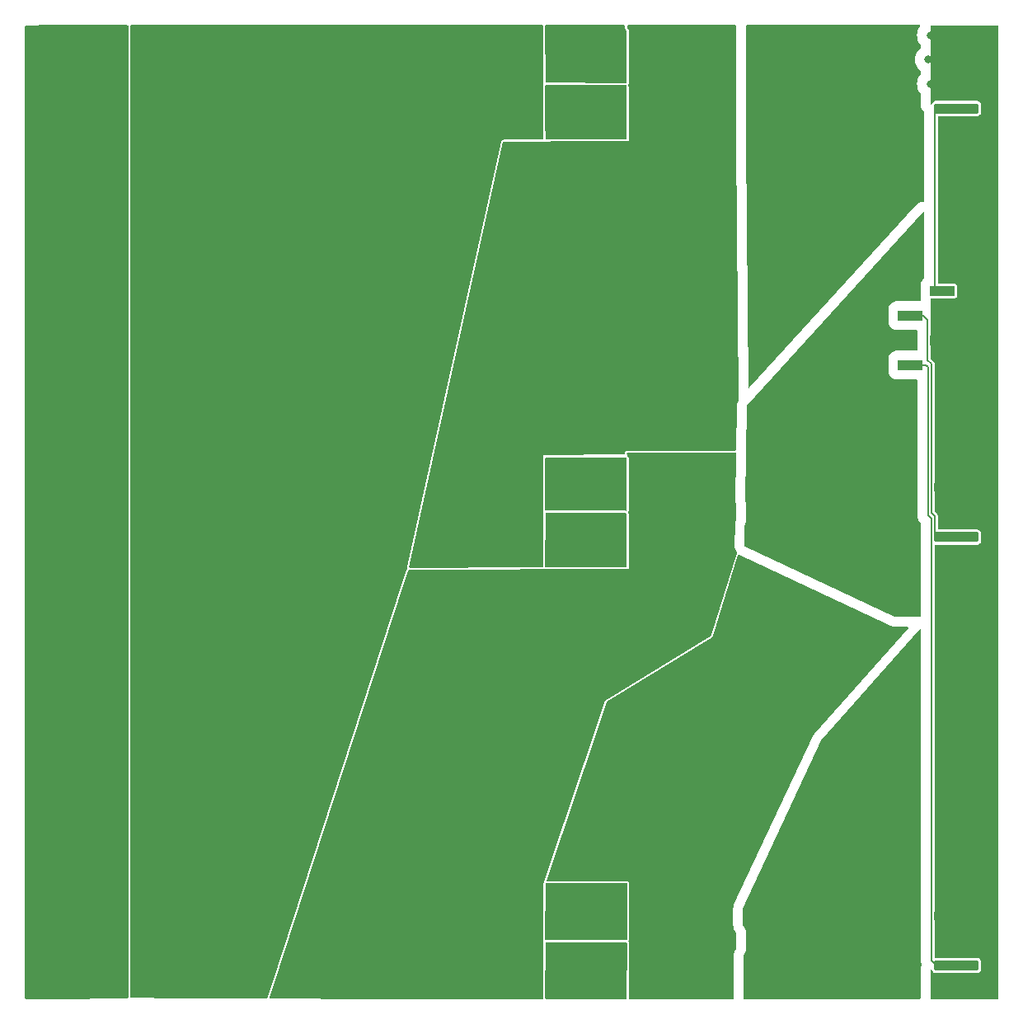
<source format=gtl>
G04 #@! TF.GenerationSoftware,KiCad,Pcbnew,7.0.1*
G04 #@! TF.CreationDate,2023-12-15T21:30:21-08:00*
G04 #@! TF.ProjectId,High current LED switch with ballast,48696768-2063-4757-9272-656e74204c45,rev?*
G04 #@! TF.SameCoordinates,Original*
G04 #@! TF.FileFunction,Copper,L1,Top*
G04 #@! TF.FilePolarity,Positive*
%FSLAX46Y46*%
G04 Gerber Fmt 4.6, Leading zero omitted, Abs format (unit mm)*
G04 Created by KiCad (PCBNEW 7.0.1) date 2023-12-15 21:30:21*
%MOMM*%
%LPD*%
G01*
G04 APERTURE LIST*
G04 Aperture macros list*
%AMRoundRect*
0 Rectangle with rounded corners*
0 $1 Rounding radius*
0 $2 $3 $4 $5 $6 $7 $8 $9 X,Y pos of 4 corners*
0 Add a 4 corners polygon primitive as box body*
4,1,4,$2,$3,$4,$5,$6,$7,$8,$9,$2,$3,0*
0 Add four circle primitives for the rounded corners*
1,1,$1+$1,$2,$3*
1,1,$1+$1,$4,$5*
1,1,$1+$1,$6,$7*
1,1,$1+$1,$8,$9*
0 Add four rect primitives between the rounded corners*
20,1,$1+$1,$2,$3,$4,$5,0*
20,1,$1+$1,$4,$5,$6,$7,0*
20,1,$1+$1,$6,$7,$8,$9,0*
20,1,$1+$1,$8,$9,$2,$3,0*%
G04 Aperture macros list end*
G04 #@! TA.AperFunction,SMDPad,CuDef*
%ADD10R,3.630000X5.330000*%
G04 #@! TD*
G04 #@! TA.AperFunction,SMDPad,CuDef*
%ADD11R,7.112000X1.905000*%
G04 #@! TD*
G04 #@! TA.AperFunction,SMDPad,CuDef*
%ADD12R,3.000000X1.650000*%
G04 #@! TD*
G04 #@! TA.AperFunction,SMDPad,CuDef*
%ADD13R,1.650000X3.000000*%
G04 #@! TD*
G04 #@! TA.AperFunction,SMDPad,CuDef*
%ADD14RoundRect,0.250000X-0.312500X-0.625000X0.312500X-0.625000X0.312500X0.625000X-0.312500X0.625000X0*%
G04 #@! TD*
G04 #@! TA.AperFunction,SMDPad,CuDef*
%ADD15R,2.184400X3.200400*%
G04 #@! TD*
G04 #@! TA.AperFunction,SMDPad,CuDef*
%ADD16RoundRect,0.250000X2.050000X0.300000X-2.050000X0.300000X-2.050000X-0.300000X2.050000X-0.300000X0*%
G04 #@! TD*
G04 #@! TA.AperFunction,SMDPad,CuDef*
%ADD17RoundRect,0.250000X2.025000X2.375000X-2.025000X2.375000X-2.025000X-2.375000X2.025000X-2.375000X0*%
G04 #@! TD*
G04 #@! TA.AperFunction,SMDPad,CuDef*
%ADD18RoundRect,0.250002X4.449998X5.149998X-4.449998X5.149998X-4.449998X-5.149998X4.449998X-5.149998X0*%
G04 #@! TD*
G04 #@! TA.AperFunction,SMDPad,CuDef*
%ADD19R,2.510000X1.000000*%
G04 #@! TD*
G04 #@! TA.AperFunction,ViaPad*
%ADD20C,0.800000*%
G04 #@! TD*
G04 #@! TA.AperFunction,Conductor*
%ADD21C,0.500000*%
G04 #@! TD*
G04 #@! TA.AperFunction,Conductor*
%ADD22C,2.000000*%
G04 #@! TD*
G04 #@! TA.AperFunction,Conductor*
%ADD23C,0.150000*%
G04 #@! TD*
G04 APERTURE END LIST*
D10*
X10000000Y41000000D03*
X14240000Y41000000D03*
D11*
X-30315100Y25100000D03*
X-45224900Y25100000D03*
D10*
X10000000Y-2900000D03*
X14240000Y-2900000D03*
X10000000Y2900000D03*
X14240000Y2900000D03*
X1000000Y-41000000D03*
X5240000Y-41000000D03*
D12*
X18450000Y-2285000D03*
X21550000Y0D03*
X18450000Y2285000D03*
X25450000Y-2285000D03*
X28550000Y0D03*
X25450000Y2285000D03*
D13*
X-35930000Y47940000D03*
X-33645000Y44840000D03*
X-31360000Y47940000D03*
D11*
X-30315100Y-14700000D03*
X-45224900Y-14700000D03*
D12*
X25450000Y41715000D03*
X28550000Y44000000D03*
X25450000Y46285000D03*
D14*
X-40767500Y44590000D03*
X-37842500Y44590000D03*
D10*
X1000000Y41000000D03*
X5240000Y41000000D03*
D15*
X40455800Y-34970000D03*
X46704200Y-34970000D03*
D16*
X45650000Y41460000D03*
D17*
X38925000Y41225000D03*
X38925000Y46775000D03*
D18*
X36500000Y44000000D03*
D17*
X34075000Y41225000D03*
X34075000Y46775000D03*
D16*
X45650000Y46540000D03*
D11*
X-30315100Y5200000D03*
X-45224900Y5200000D03*
D10*
X1000000Y2900000D03*
X5240000Y2900000D03*
D12*
X25450000Y-46285000D03*
X28550000Y-44000000D03*
X25450000Y-41715000D03*
D13*
X-35930000Y41290000D03*
X-33645000Y38190000D03*
X-31360000Y41290000D03*
D12*
X18450000Y-46285000D03*
X21550000Y-44000000D03*
X18450000Y-41715000D03*
D11*
X-30315100Y-34600000D03*
X-45224900Y-34600000D03*
D13*
X-47230000Y41342800D03*
X-44945000Y38242800D03*
X-42660000Y41342800D03*
D15*
X40465800Y34980000D03*
X46714200Y34980000D03*
D10*
X10000000Y46800000D03*
X14240000Y46800000D03*
X10000000Y-41000000D03*
X14240000Y-41000000D03*
D19*
X44220000Y22740000D03*
X40910000Y20200000D03*
X44220000Y17660000D03*
X40910000Y15120000D03*
D10*
X1000000Y46800000D03*
X5240000Y46800000D03*
X1000000Y-46800000D03*
X5240000Y-46800000D03*
X1000000Y-2900000D03*
X5240000Y-2900000D03*
D13*
X-47230000Y47992800D03*
X-44945000Y44892800D03*
X-42660000Y47992800D03*
D10*
X10000000Y-46900000D03*
X14240000Y-46900000D03*
D12*
X18450000Y41715000D03*
X21550000Y44000000D03*
X18450000Y46285000D03*
D15*
X40455800Y-9020000D03*
X46704200Y-9020000D03*
D16*
X45650000Y-46540000D03*
D17*
X38925000Y-46775000D03*
X38925000Y-41225000D03*
D18*
X36500000Y-44000000D03*
D17*
X34075000Y-46775000D03*
X34075000Y-41225000D03*
D16*
X45650000Y-41460000D03*
X45650000Y-2540000D03*
D17*
X38925000Y-2775000D03*
X38925000Y2775000D03*
D18*
X36500000Y0D03*
D17*
X34075000Y-2775000D03*
X34075000Y2775000D03*
D16*
X45650000Y2540000D03*
D20*
X-48610000Y-8420000D03*
X-41610000Y-49060000D03*
X-45110000Y19520000D03*
X47000000Y-14500000D03*
X-48610000Y34760000D03*
X-45110000Y6820000D03*
X45000000Y-34820000D03*
X-45110000Y1740000D03*
X47000000Y-42440000D03*
X-41610000Y-38900000D03*
X-40800000Y47170000D03*
X-41610000Y19520000D03*
X49000000Y-11960000D03*
X45000000Y-49000000D03*
X-48610000Y-46520000D03*
X-45110000Y27140000D03*
X45000000Y-6880000D03*
X-45110000Y-31280000D03*
X47010000Y-1320000D03*
X-48980000Y49450000D03*
X-48610000Y44920000D03*
X-45110000Y32220000D03*
X-41610000Y-800000D03*
X-41140000Y42410000D03*
X49000000Y46460000D03*
X-45110000Y-8420000D03*
X45000000Y-17040000D03*
X-41610000Y34760000D03*
X-46430000Y44930000D03*
X47000000Y8360000D03*
X45010000Y-1330000D03*
X-45110000Y-16040000D03*
X47000000Y28680000D03*
X-48610000Y-21120000D03*
X47000000Y-22120000D03*
X47000000Y-49000000D03*
X44090000Y42780000D03*
X47000000Y15980000D03*
X-45110000Y-36360000D03*
X44100000Y45320000D03*
X-41610000Y1740000D03*
X-41610000Y9360000D03*
X45000000Y19000000D03*
X49000000Y-44980000D03*
X47000000Y-11960000D03*
X47000000Y5820000D03*
X-48610000Y-41440000D03*
X-48610000Y-43980000D03*
X-45110000Y14440000D03*
X-41610000Y-23660000D03*
X-48610000Y-800000D03*
X-48610000Y39840000D03*
X45000000Y-44960000D03*
X-45110000Y-41440000D03*
X-48610000Y32220000D03*
X49000000Y21060000D03*
X-48610000Y6820000D03*
X47000000Y31220000D03*
X-48610000Y-31280000D03*
X49000000Y26140000D03*
X49000000Y-29740000D03*
X-41610000Y11900000D03*
X-48610000Y-36360000D03*
X49000000Y31220000D03*
X-48610000Y-18580000D03*
X49000000Y23600000D03*
X46060000Y47750000D03*
X49000000Y-19580000D03*
X48110000Y45360000D03*
X49000000Y-34820000D03*
X-45230000Y3630000D03*
X47000000Y49000000D03*
X45000000Y5820000D03*
X-45110000Y-18580000D03*
X45000000Y-39900000D03*
X-40340000Y49400000D03*
X-48610000Y47460000D03*
X47000000Y26140000D03*
X45000000Y21060000D03*
X45000000Y31220000D03*
X45000000Y-19580000D03*
X-41610000Y-31280000D03*
X45000000Y-37360000D03*
X47000000Y4000000D03*
X-48610000Y1740000D03*
X49000000Y36300000D03*
X-41610000Y-46520000D03*
X-41610000Y-21120000D03*
X-48610000Y9360000D03*
X49000000Y15980000D03*
X49000000Y33760000D03*
X47000000Y-27200000D03*
X-45110000Y-26200000D03*
X45000000Y-9420000D03*
X-48610000Y29680000D03*
X42790000Y46490000D03*
X-48610000Y-28740000D03*
X45000000Y28680000D03*
X45000000Y740000D03*
X-48610000Y-10960000D03*
X-48610000Y-26200000D03*
X-45110000Y-28740000D03*
X45000000Y4000000D03*
X45000000Y8360000D03*
X-41610000Y27140000D03*
X45000000Y33760000D03*
X-45110000Y42380000D03*
X-41610000Y29680000D03*
X-45060000Y-33220000D03*
X47000000Y-37360000D03*
X49000000Y28680000D03*
X-48610000Y16980000D03*
X-48610000Y37300000D03*
X47000000Y-39900000D03*
X-48610000Y19520000D03*
X-41550000Y-33190000D03*
X-41610000Y-36360000D03*
X-45110000Y-43980000D03*
X-45110000Y34760000D03*
X49000000Y-37360000D03*
X-45110000Y-5880000D03*
X-48620000Y-13320000D03*
X-41610000Y-16040000D03*
X45000000Y-11960000D03*
X-45110000Y-49060000D03*
X-48610000Y3630000D03*
X-41610000Y37300000D03*
X47000000Y740000D03*
X47000000Y21060000D03*
X47000000Y-24660000D03*
X49000000Y-39900000D03*
X-45110000Y-3340000D03*
X49000000Y-22120000D03*
X46130000Y45350000D03*
X-45110000Y-10960000D03*
X-41610000Y-43980000D03*
X48130000Y42780000D03*
X49000000Y-32280000D03*
X-41610000Y-10960000D03*
X44060000Y47730000D03*
X47000000Y-29740000D03*
X45000000Y-29740000D03*
X-45170000Y-13300000D03*
X47000000Y-32280000D03*
X45000000Y49000000D03*
X-45110000Y9360000D03*
X47000000Y-19580000D03*
X45000000Y36300000D03*
X47000000Y38840000D03*
X-48610000Y22060000D03*
X-41610000Y-3340000D03*
X-48610000Y-38900000D03*
X45000000Y-42440000D03*
X-48610000Y14440000D03*
X47000000Y-17040000D03*
X-48610000Y-3340000D03*
X-48610000Y42380000D03*
X-45110000Y-23660000D03*
X-41610000Y14440000D03*
X-48610000Y27140000D03*
X-45110000Y16980000D03*
X45000000Y13440000D03*
X-41080000Y39730000D03*
X45000000Y-14500000D03*
X49000000Y-17040000D03*
X43000000Y49000000D03*
X47000000Y13440000D03*
X43000000Y44000000D03*
X-48610000Y-5880000D03*
X-41610000Y22060000D03*
X47000000Y23600000D03*
X49000000Y38840000D03*
X49000000Y43920000D03*
X49000000Y13440000D03*
X-45110000Y-38900000D03*
X49000000Y-27200000D03*
X-45110000Y-21120000D03*
X49000000Y-42440000D03*
X-45110000Y-800000D03*
X46130000Y42820000D03*
X49000000Y41380000D03*
X-44940000Y40390000D03*
X-45110000Y29680000D03*
X49000000Y-49000000D03*
X45000000Y15980000D03*
X-41610000Y16980000D03*
X47000000Y10900000D03*
X-41610000Y-5880000D03*
X-45110000Y-46520000D03*
X-48620000Y-33200000D03*
X-41040000Y4260000D03*
X49000000Y-24660000D03*
X45000000Y-32280000D03*
X-44190000Y47270000D03*
X-48610000Y-23660000D03*
X-41610000Y-41440000D03*
X-48610000Y-16040000D03*
X49000000Y5820000D03*
X49000000Y740000D03*
X-48610000Y11900000D03*
X-48610000Y-49060000D03*
X47000000Y43920000D03*
X-45110000Y11900000D03*
X-42230000Y44780000D03*
X49000000Y18520000D03*
X45000000Y38840000D03*
X-41610000Y32220000D03*
X-41610000Y-18580000D03*
X49000000Y-4340000D03*
X47000000Y18520000D03*
X49000000Y-14500000D03*
X49000000Y-9420000D03*
X45000000Y10900000D03*
X47000000Y-4340000D03*
X49000000Y-1800000D03*
X49000000Y10900000D03*
X47000000Y-6880000D03*
X48090000Y47760000D03*
X-41610000Y-28740000D03*
X-41610000Y-8420000D03*
X-41610000Y-26200000D03*
X45000000Y26140000D03*
X-45110000Y22060000D03*
X-41600000Y-13300000D03*
X45000000Y-24660000D03*
X45000000Y-27200000D03*
X-45640000Y49400000D03*
X47000000Y-44980000D03*
X-41610000Y6820000D03*
X49000000Y8360000D03*
X45000000Y43920000D03*
X49000000Y3280000D03*
X49000000Y49000000D03*
X49000000Y-6880000D03*
X45000000Y-4340000D03*
X45000000Y-22120000D03*
D21*
X45590000Y46480000D02*
X45650000Y46540000D01*
D22*
X-40767500Y44590000D02*
X-44642200Y44590000D01*
D21*
X45600000Y46490000D02*
X45650000Y46540000D01*
X42790000Y46490000D02*
X45600000Y46490000D01*
D23*
X44220000Y22740000D02*
X43500000Y22740000D01*
X43440000Y22800000D02*
X43440000Y41460000D01*
X43440000Y41460000D02*
X45650000Y41460000D01*
X43500000Y22740000D02*
X43440000Y22800000D01*
X45650000Y-46540000D02*
X43620000Y-46540000D01*
X42725000Y14925000D02*
X42530000Y15120000D01*
X43075000Y-45995000D02*
X43075000Y-665000D01*
X43620000Y-46540000D02*
X43075000Y-45995000D01*
X42725000Y-315000D02*
X42725000Y14925000D01*
X42530000Y15120000D02*
X40910000Y15120000D01*
X43075000Y-665000D02*
X42725000Y-315000D01*
X43600000Y-2540000D02*
X43425000Y-2365000D01*
X42690000Y15645000D02*
X42690000Y19770000D01*
X42690000Y19770000D02*
X42260000Y20200000D01*
X42260000Y20200000D02*
X40910000Y20200000D01*
X45650000Y-2540000D02*
X43600000Y-2540000D01*
X43425000Y-2365000D02*
X43425000Y-390000D01*
X43075000Y-40000D02*
X43075000Y15260000D01*
X43075000Y15260000D02*
X42690000Y15645000D01*
X43425000Y-390000D02*
X43075000Y-40000D01*
G04 #@! TA.AperFunction,Conductor*
G36*
X23343952Y-4369576D02*
G01*
X23372597Y-4391428D01*
X23498771Y-4461661D01*
X23498774Y-4461662D01*
X23498777Y-4461664D01*
X38370049Y-11391311D01*
X38870919Y-11624704D01*
X38969383Y-11664403D01*
X39071483Y-11693498D01*
X39101738Y-11700416D01*
X39127889Y-11704958D01*
X39206341Y-11718585D01*
X39312281Y-11725622D01*
X40638781Y-11743547D01*
X40678597Y-11755814D01*
X40705475Y-11787647D01*
X40710895Y-11828956D01*
X40693140Y-11866646D01*
X31034960Y-22754674D01*
X30946386Y-22870450D01*
X30934663Y-22888321D01*
X30863813Y-23015572D01*
X22815416Y-40310637D01*
X22774077Y-40414101D01*
X22744440Y-40521492D01*
X22737536Y-40553284D01*
X22719955Y-40663347D01*
X22714664Y-40774635D01*
X22727664Y-42414499D01*
X22734600Y-42524686D01*
X22753572Y-42633441D01*
X22753574Y-42633448D01*
X22760852Y-42664865D01*
X22804452Y-42805382D01*
X22868092Y-42938032D01*
X22950408Y-43059975D01*
X22950412Y-43059980D01*
X22963277Y-43076319D01*
X22963606Y-43076958D01*
X22968288Y-43082699D01*
X22969029Y-43083624D01*
X22970361Y-43085316D01*
X22970371Y-43085327D01*
X22970418Y-43085387D01*
X22972053Y-43087317D01*
X23028350Y-43156359D01*
X23044999Y-43203123D01*
X23044999Y-44796875D01*
X23028350Y-44843638D01*
X22995561Y-44883850D01*
X22897812Y-45027479D01*
X22826251Y-45185779D01*
X22809604Y-45233129D01*
X22766357Y-45401395D01*
X22752721Y-45574591D01*
X22786975Y-49894913D01*
X22777258Y-49932161D01*
X22750146Y-49959488D01*
X22712977Y-49969500D01*
X12080128Y-49969500D01*
X12043056Y-49959544D01*
X12015959Y-49932356D01*
X12006128Y-49895254D01*
X12007006Y-49634473D01*
X12008426Y-49620307D01*
X12015500Y-49584748D01*
X12015500Y-47112076D01*
X12025255Y-44214852D01*
X12023394Y-44200364D01*
X12018413Y-44161569D01*
X12016266Y-44153460D01*
X12008595Y-44124486D01*
X11988177Y-44074799D01*
X11988176Y-44074798D01*
X11984469Y-44065776D01*
X11984565Y-44065736D01*
X11973827Y-44039581D01*
X11979014Y-44001526D01*
X11979102Y-44001316D01*
X11979104Y-44001314D01*
X11999822Y-43952030D01*
X12009913Y-43915213D01*
X12017218Y-43862255D01*
X12055007Y-38165854D01*
X12048301Y-38112404D01*
X12038552Y-38075197D01*
X12018185Y-38025324D01*
X12018185Y-38025323D01*
X11985557Y-37982459D01*
X11958449Y-37955170D01*
X11915798Y-37922254D01*
X11866063Y-37901557D01*
X11828924Y-37891562D01*
X11828923Y-37891561D01*
X11828920Y-37891561D01*
X11775514Y-37884500D01*
X3624695Y-37884500D01*
X3580967Y-37870198D01*
X3554141Y-37832820D01*
X3554588Y-37786814D01*
X5145998Y-33076456D01*
X9732324Y-19501566D01*
X9763703Y-19462198D01*
X20563748Y-12829726D01*
X20593417Y-12807594D01*
X20613184Y-12789865D01*
X20658357Y-12731575D01*
X20670593Y-12708008D01*
X20684623Y-12673750D01*
X23228344Y-4406648D01*
X23255416Y-4368662D01*
X23299836Y-4354417D01*
X23343952Y-4369576D01*
G37*
G04 #@! TD.AperFunction*
G04 #@! TA.AperFunction,Conductor*
G36*
X22983464Y6114590D02*
G01*
X23010597Y6087041D01*
X23020129Y6049567D01*
X23016078Y5783216D01*
X22947740Y1291590D01*
X22953584Y1166968D01*
X22974813Y1044036D01*
X22983212Y1008657D01*
X23019500Y889303D01*
X23019501Y889301D01*
X23036649Y850826D01*
X23040199Y841072D01*
X23042142Y834284D01*
X23044999Y813920D01*
X23044999Y-805610D01*
X23036591Y-839870D01*
X23030324Y-851868D01*
X22982236Y-958658D01*
X22946893Y-1070311D01*
X22938492Y-1103447D01*
X22916374Y-1218446D01*
X22907774Y-1335250D01*
X22875344Y-3466752D01*
X22883522Y-3610929D01*
X22912267Y-3752445D01*
X22923552Y-3792865D01*
X22992795Y-3972400D01*
X23078205Y-4108703D01*
X23088869Y-4138357D01*
X23086227Y-4169758D01*
X20488210Y-12613315D01*
X20475974Y-12636882D01*
X20456207Y-12654611D01*
X9570000Y-19339998D01*
X3216559Y-38145307D01*
X3224489Y-38610053D01*
X3224500Y-38611315D01*
X3224500Y-41100126D01*
X3224498Y-41100617D01*
X3206226Y-43850518D01*
X3208270Y-43865500D01*
X3214102Y-43908248D01*
X3225496Y-43948195D01*
X3242157Y-43985497D01*
X3248327Y-44021918D01*
X3236141Y-44056728D01*
X3224500Y-44115252D01*
X3224500Y-44197809D01*
X3224387Y-44199498D01*
X3214799Y-49895625D01*
X3204843Y-49932572D01*
X3177763Y-49959607D01*
X3140799Y-49969500D01*
X-14387101Y-49969500D01*
X-14387519Y-49969499D01*
X-24828692Y-49910571D01*
X-24872006Y-49896267D01*
X-24898703Y-49859281D01*
X-24898640Y-49813666D01*
X-10626567Y-5970892D01*
X-10599793Y-5934000D01*
X-10556480Y-5919799D01*
X12036560Y-5835307D01*
X12015514Y-4740914D01*
X12015500Y-4739492D01*
X12015500Y-215252D01*
X12003867Y-156770D01*
X12003867Y-156769D01*
X11959552Y-90448D01*
X11957773Y-89259D01*
X11933964Y-63240D01*
X11924903Y-29159D01*
X11923850Y25610D01*
X11932241Y61284D01*
X11956723Y88558D01*
X11959552Y90448D01*
X12003867Y156769D01*
X12015500Y215252D01*
X12015500Y5584748D01*
X12003867Y5643231D01*
X11959552Y5709552D01*
X11893231Y5753867D01*
X11871789Y5758132D01*
X11829479Y5783216D01*
X11812241Y5829286D01*
X11808011Y6049270D01*
X11817442Y6086869D01*
X11844587Y6114540D01*
X11881997Y6124693D01*
X22946139Y6124693D01*
X22983464Y6114590D01*
G37*
G04 #@! TD.AperFunction*
G04 #@! TA.AperFunction,Conductor*
G36*
X42317193Y30888010D02*
G01*
X42351538Y30860829D01*
X42364500Y30818992D01*
X42364500Y24076442D01*
X42357345Y24044697D01*
X42337264Y24019091D01*
X42253890Y23951109D01*
X42125302Y23793408D01*
X42031090Y23613047D01*
X41975113Y23417415D01*
X41964500Y23298040D01*
X41964500Y22181960D01*
X41974525Y22069201D01*
X41973396Y22048222D01*
X41973169Y22047084D01*
X41973102Y22046744D01*
X41964500Y21915493D01*
X41964500Y21774500D01*
X41954586Y21737500D01*
X41927500Y21710414D01*
X41890500Y21700500D01*
X39596960Y21700499D01*
X39517376Y21693423D01*
X39477582Y21689886D01*
X39281951Y21633909D01*
X39115811Y21547125D01*
X39101591Y21539697D01*
X38943890Y21411109D01*
X38815302Y21253408D01*
X38721090Y21073047D01*
X38665113Y20877415D01*
X38654500Y20758040D01*
X38654500Y19641960D01*
X38665113Y19522584D01*
X38721090Y19326952D01*
X38815302Y19146591D01*
X38943890Y18988890D01*
X39101591Y18860302D01*
X39281952Y18766090D01*
X39477584Y18710113D01*
X39596959Y18699500D01*
X39596962Y18699500D01*
X39596963Y18699500D01*
X41540500Y18699500D01*
X41577500Y18689587D01*
X41604586Y18662501D01*
X41614500Y18625501D01*
X41614500Y16694500D01*
X41604586Y16657500D01*
X41577500Y16630414D01*
X41540500Y16620500D01*
X39596960Y16620499D01*
X39517376Y16613423D01*
X39477582Y16609886D01*
X39281951Y16553909D01*
X39115811Y16467125D01*
X39101591Y16459697D01*
X38943890Y16331109D01*
X38815302Y16173408D01*
X38721090Y15993047D01*
X38665113Y15797415D01*
X38654500Y15678040D01*
X38654500Y14561960D01*
X38665113Y14442584D01*
X38721090Y14246952D01*
X38815302Y14066591D01*
X38943890Y13908890D01*
X39101591Y13780302D01*
X39281952Y13686090D01*
X39477584Y13630113D01*
X39596959Y13619500D01*
X39596962Y13619500D01*
X39596963Y13619500D01*
X41575500Y13619500D01*
X41612500Y13609587D01*
X41639586Y13582501D01*
X41649500Y13545501D01*
X41649500Y-219028D01*
X41648475Y-231300D01*
X41647361Y-237923D01*
X41649479Y-326899D01*
X41649500Y-328660D01*
X41649500Y-366238D01*
X41650467Y-376373D01*
X41650781Y-381640D01*
X41652248Y-443264D01*
X41659521Y-476699D01*
X41660877Y-485390D01*
X41664132Y-519469D01*
X41681498Y-578611D01*
X41682805Y-583729D01*
X41695908Y-643964D01*
X41709381Y-675426D01*
X41712357Y-683705D01*
X41721999Y-716542D01*
X41750245Y-771332D01*
X41752496Y-776110D01*
X41776761Y-832777D01*
X41795942Y-861116D01*
X41800433Y-868684D01*
X41816115Y-899104D01*
X41854218Y-947554D01*
X41857333Y-951820D01*
X41891888Y-1002875D01*
X41916089Y-1027076D01*
X41921929Y-1033656D01*
X41943084Y-1060556D01*
X41973960Y-1087311D01*
X41992813Y-1112496D01*
X41999500Y-1143236D01*
X41999500Y-10681338D01*
X41989419Y-10718626D01*
X41961921Y-10745755D01*
X41924500Y-10755331D01*
X39325868Y-10720214D01*
X39295613Y-10713296D01*
X23923465Y-3550253D01*
X23892014Y-3522471D01*
X23880729Y-3482052D01*
X23913159Y-1350542D01*
X23921558Y-1317413D01*
X23983909Y-1198049D01*
X24039886Y-1002418D01*
X24050500Y-883037D01*
X24050499Y883036D01*
X24039886Y1002418D01*
X23983909Y1198049D01*
X23961523Y1240904D01*
X23953124Y1276284D01*
X24099574Y10902030D01*
X24104752Y10928119D01*
X24118823Y10950694D01*
X42235758Y30868784D01*
X42273497Y30891012D01*
X42317193Y30888010D01*
G37*
G04 #@! TD.AperFunction*
G04 #@! TA.AperFunction,Conductor*
G36*
X23013235Y50019606D02*
G01*
X23040315Y49992570D01*
X23050270Y49955621D01*
X23070000Y37929957D01*
X23299359Y11552790D01*
X23284374Y11507498D01*
X23270144Y11488690D01*
X23265509Y11482564D01*
X23256566Y11468217D01*
X23251435Y11459985D01*
X23169735Y11297950D01*
X23118489Y11123865D01*
X23113312Y11097783D01*
X23094189Y10917320D01*
X23025506Y6403003D01*
X23013494Y6363698D01*
X22982362Y6336865D01*
X22951036Y6332176D01*
X22951036Y6330193D01*
X11881993Y6330193D01*
X11828176Y6323020D01*
X11790761Y6312866D01*
X11740699Y6291846D01*
X11697889Y6258449D01*
X11697886Y6258446D01*
X11670746Y6230781D01*
X11638170Y6187328D01*
X11618115Y6136863D01*
X11608686Y6099271D01*
X11602548Y6045311D01*
X11602674Y6038742D01*
X11593405Y6001440D01*
X11566676Y5973819D01*
X11529705Y5963333D01*
X3230000Y5850000D01*
X3230439Y5681442D01*
X3224881Y5653112D01*
X3211442Y5620422D01*
X3201616Y5583318D01*
X3194770Y5529982D01*
X3213520Y242571D01*
X3221888Y185251D01*
X3233556Y145632D01*
X3238348Y135120D01*
X3245013Y104622D01*
X3245271Y6088D01*
X3242688Y-13487D01*
X3231414Y-55026D01*
X3224242Y-108112D01*
X3204772Y-5540122D01*
X3205941Y-5549236D01*
X3199756Y-5589605D01*
X3173099Y-5620544D01*
X3134089Y-5632632D01*
X1360259Y-5669720D01*
X1358989Y-5669735D01*
X-10472319Y-5713981D01*
X-10513971Y-5701335D01*
X-10541306Y-5667459D01*
X-10544866Y-5624075D01*
X-942685Y38002363D01*
X-916999Y38043953D01*
X-870985Y38060454D01*
X8739840Y38134498D01*
X8740410Y38134500D01*
X11834749Y38134500D01*
X11893232Y38146132D01*
X11893993Y38146641D01*
X11934532Y38159109D01*
X12049999Y38159999D01*
X12049998Y38159999D01*
X12050000Y38160000D01*
X12015514Y39953274D01*
X12015500Y39954697D01*
X12015500Y43684748D01*
X12015499Y43684748D01*
X12003867Y43743231D01*
X11959552Y43809552D01*
X11959550Y43809552D01*
X11952856Y43819572D01*
X11940398Y43859259D01*
X11938929Y43935692D01*
X11951386Y43978226D01*
X12003866Y44056768D01*
X12003867Y44056769D01*
X12015500Y44115252D01*
X12015500Y49484748D01*
X12003867Y49543231D01*
X11959552Y49609552D01*
X11893231Y49653867D01*
X11887121Y49655082D01*
X11844810Y49680165D01*
X11827572Y49726234D01*
X11823191Y49954077D01*
X11832622Y49991676D01*
X11859767Y50019347D01*
X11897177Y50029500D01*
X22976270Y50029500D01*
X23013235Y50019606D01*
G37*
G04 #@! TD.AperFunction*
G04 #@! TA.AperFunction,Conductor*
G36*
X11583258Y50018142D02*
G01*
X11610560Y49987555D01*
X11616057Y49955004D01*
X11617634Y49955035D01*
X11622109Y49722283D01*
X11635103Y49654217D01*
X11652341Y49608150D01*
X11687221Y49548270D01*
X11740013Y49503393D01*
X11773736Y49483402D01*
X11800298Y49456377D01*
X11810000Y49419747D01*
X11810000Y44160909D01*
X11796983Y44118992D01*
X11762512Y44091821D01*
X11718713Y44088956D01*
X11714444Y44089982D01*
X11666674Y44095670D01*
X3503476Y44105400D01*
X3466548Y44115324D01*
X3439504Y44142357D01*
X3429566Y44179275D01*
X3420265Y49955381D01*
X3430139Y49992431D01*
X3457231Y50019566D01*
X3494265Y50029500D01*
X11543863Y50029500D01*
X11583258Y50018142D01*
G37*
G04 #@! TD.AperFunction*
G04 #@! TA.AperFunction,Conductor*
G36*
X41915925Y50017450D02*
G01*
X41943218Y49985226D01*
X41948442Y49943320D01*
X41929895Y49905382D01*
X41891021Y49863153D01*
X41891019Y49863150D01*
X41891017Y49863148D01*
X41764075Y49668849D01*
X41670844Y49456304D01*
X41613865Y49231301D01*
X41594699Y49000000D01*
X41613865Y48768698D01*
X41670844Y48543695D01*
X41764075Y48331150D01*
X41891017Y48136851D01*
X41944944Y48078271D01*
X41959438Y48055051D01*
X41964500Y48028152D01*
X41964500Y47658380D01*
X41956981Y47625879D01*
X41935952Y47599984D01*
X41838218Y47523915D01*
X41838216Y47523913D01*
X41681021Y47353153D01*
X41681019Y47353150D01*
X41681017Y47353148D01*
X41554075Y47158849D01*
X41460844Y46946304D01*
X41403865Y46721301D01*
X41384699Y46490000D01*
X41403865Y46258698D01*
X41460844Y46033695D01*
X41554075Y45821150D01*
X41681017Y45626851D01*
X41838218Y45456084D01*
X41935952Y45380016D01*
X41956981Y45354121D01*
X41964500Y45321620D01*
X41964500Y44971848D01*
X41959438Y44944949D01*
X41944944Y44921730D01*
X41891021Y44863153D01*
X41891019Y44863150D01*
X41891017Y44863148D01*
X41764075Y44668849D01*
X41670844Y44456304D01*
X41613865Y44231301D01*
X41594699Y44000000D01*
X41613865Y43768698D01*
X41670844Y43543695D01*
X41764075Y43331150D01*
X41891017Y43136851D01*
X41944944Y43078271D01*
X41959438Y43055051D01*
X41964500Y43028152D01*
X41964500Y41913250D01*
X41979689Y41739137D01*
X42024803Y41570273D01*
X42042020Y41522823D01*
X42115685Y41364341D01*
X42115687Y41364337D01*
X42215684Y41220999D01*
X42215687Y41220995D01*
X42331091Y41105076D01*
X42345886Y41083773D01*
X42352421Y41058673D01*
X42359904Y40963585D01*
X42362257Y40954249D01*
X42364500Y40936169D01*
X42364500Y31966545D01*
X42354971Y31930221D01*
X42328839Y31903251D01*
X42292835Y31892582D01*
X42141456Y31887805D01*
X41945776Y31841606D01*
X41848357Y31796675D01*
X41763202Y31757401D01*
X41725462Y31735172D01*
X41601552Y31649049D01*
X41491926Y31545352D01*
X41491922Y31545348D01*
X41491917Y31545343D01*
X24422546Y12778963D01*
X24384963Y12756772D01*
X24341411Y12759622D01*
X24307040Y12786521D01*
X24293807Y12828110D01*
X24075493Y37935104D01*
X24055772Y49955379D01*
X24065646Y49992430D01*
X24092737Y50019566D01*
X24129772Y50029500D01*
X41875451Y50029500D01*
X41915925Y50017450D01*
G37*
G04 #@! TD.AperFunction*
G04 #@! TA.AperFunction,Conductor*
G36*
X11659626Y-44838D02*
G01*
X11704676Y-60200D01*
X11731051Y-99823D01*
X11735363Y-116041D01*
X11751638Y-156769D01*
X11753667Y-161846D01*
X11782358Y-201969D01*
X11790594Y-210970D01*
X11804978Y-234129D01*
X11810000Y-260925D01*
X11810000Y-1905934D01*
X11809999Y-1906332D01*
X11790402Y-5551340D01*
X11780341Y-5588197D01*
X11753237Y-5615123D01*
X11716315Y-5624942D01*
X3484183Y-5615118D01*
X3447144Y-5605130D01*
X3420082Y-5577939D01*
X3410271Y-5540856D01*
X3429741Y-108850D01*
X3439758Y-71939D01*
X3466869Y-44958D01*
X3503825Y-35117D01*
X11659626Y-44838D01*
G37*
G04 #@! TD.AperFunction*
G04 #@! TA.AperFunction,Conductor*
G36*
X-39437500Y50012887D02*
G01*
X-39392113Y49967500D01*
X-39375500Y49905500D01*
X-39375500Y-49759643D01*
X-39391885Y-49821246D01*
X-39436708Y-49866569D01*
X-39498126Y-49883635D01*
X-47246653Y-49969492D01*
X-47248027Y-49969500D01*
X-49876000Y-49969500D01*
X-49938000Y-49952887D01*
X-49983387Y-49907500D01*
X-50000000Y-49845500D01*
X-50000000Y49877367D01*
X-49983615Y49938970D01*
X-49938792Y49984293D01*
X-49877374Y50001358D01*
X-47338347Y50029492D01*
X-47336973Y50029500D01*
X-39499500Y50029500D01*
X-39437500Y50012887D01*
G37*
G04 #@! TD.AperFunction*
G04 #@! TA.AperFunction,Conductor*
G36*
X3177730Y50019606D02*
G01*
X3204810Y49992569D01*
X3214764Y49955619D01*
X3224068Y44177292D01*
X3224500Y44170781D01*
X3224500Y44115252D01*
X3236133Y44056767D01*
X3247275Y44040093D01*
X3259386Y44006273D01*
X3254143Y43970735D01*
X3251968Y43965469D01*
X3231450Y43915788D01*
X3221566Y43878707D01*
X3221566Y43878705D01*
X3214632Y43825406D01*
X3224374Y38409394D01*
X3224500Y38407502D01*
X3224500Y38370944D01*
X3214681Y38334109D01*
X3187829Y38307049D01*
X3151070Y38296946D01*
X-872568Y38265948D01*
X-940353Y38253892D01*
X-986367Y38237391D01*
X-1046364Y38203624D01*
X-1091842Y38151936D01*
X-1117528Y38110346D01*
X-1143381Y38046536D01*
X-10745562Y-5579902D01*
X-10749678Y-5640881D01*
X-10749678Y-5640882D01*
X-10746118Y-5684266D01*
X-10734793Y-5732381D01*
X-10735636Y-5769542D01*
X-10754441Y-5801605D01*
X-10766109Y-5813298D01*
X-10792883Y-5850190D01*
X-10821974Y-5907281D01*
X-25094047Y-49750055D01*
X-25104140Y-49813382D01*
X-25104170Y-49835578D01*
X-25114144Y-49872579D01*
X-25141289Y-49899630D01*
X-25178326Y-49909476D01*
X-34390237Y-49890069D01*
X-39096157Y-49880155D01*
X-39133090Y-49870190D01*
X-39160112Y-49843111D01*
X-39170000Y-49806156D01*
X-39170000Y49955500D01*
X-39160086Y49992500D01*
X-39133000Y50019586D01*
X-39096000Y50029500D01*
X3140764Y50029500D01*
X3177730Y50019606D01*
G37*
G04 #@! TD.AperFunction*
G04 #@! TA.AperFunction,Conductor*
G36*
X11812656Y-38099996D02*
G01*
X11839763Y-38127284D01*
X11849512Y-38164491D01*
X11811723Y-43860892D01*
X11801632Y-43897709D01*
X11774532Y-43924598D01*
X11737637Y-43934400D01*
X11153523Y-43933704D01*
X3504207Y-43924587D01*
X3495282Y-43925751D01*
X3454238Y-43919342D01*
X3423114Y-43891828D01*
X3411721Y-43851883D01*
X3449518Y-38163508D01*
X3459595Y-38126716D01*
X3486658Y-38099832D01*
X3523516Y-38090000D01*
X11775514Y-38090000D01*
X11812656Y-38099996D01*
G37*
G04 #@! TD.AperFunction*
G04 #@! TA.AperFunction,Conductor*
G36*
X41951763Y-12034929D02*
G01*
X41986407Y-12062085D01*
X41999500Y-12104112D01*
X41999500Y-45899028D01*
X41998475Y-45911300D01*
X41997361Y-45917923D01*
X41999479Y-46006899D01*
X41999500Y-46008660D01*
X41999500Y-46046238D01*
X42000467Y-46056373D01*
X42000781Y-46061640D01*
X42002248Y-46123264D01*
X42009521Y-46156699D01*
X42010877Y-46165390D01*
X42014132Y-46199469D01*
X42031498Y-46258611D01*
X42032805Y-46263729D01*
X42045908Y-46323964D01*
X42059381Y-46355426D01*
X42062357Y-46363705D01*
X42071999Y-46396542D01*
X42090043Y-46431543D01*
X42098254Y-46463938D01*
X42091375Y-46496641D01*
X42042018Y-46602830D01*
X42024802Y-46650274D01*
X41979689Y-46819138D01*
X41964500Y-46993251D01*
X41964500Y-49895500D01*
X41954586Y-49932500D01*
X41927500Y-49959586D01*
X41890500Y-49969500D01*
X23866514Y-49969500D01*
X23829684Y-49959683D01*
X23802625Y-49932838D01*
X23792516Y-49896087D01*
X23769500Y-46993251D01*
X23758189Y-45566621D01*
X23774834Y-45519276D01*
X23889698Y-45378407D01*
X23983909Y-45198049D01*
X24039886Y-45002418D01*
X24050500Y-44883037D01*
X24050499Y-43116964D01*
X24039886Y-42997582D01*
X23983909Y-42801951D01*
X23889698Y-42621593D01*
X23889697Y-42621591D01*
X23761108Y-42463890D01*
X23760364Y-42463283D01*
X23740411Y-42437942D01*
X23733133Y-42406525D01*
X23720132Y-40766679D01*
X23727039Y-40734873D01*
X31775439Y-23439800D01*
X31787168Y-23421918D01*
X41826582Y-12104112D01*
X41870141Y-12055006D01*
X41907825Y-12032254D01*
X41951763Y-12034929D01*
G37*
G04 #@! TD.AperFunction*
G04 #@! TA.AperFunction,Conductor*
G36*
X11745846Y-44139911D02*
G01*
X11782879Y-44149896D01*
X11809939Y-44177080D01*
X11819756Y-44214160D01*
X11800626Y-49895749D01*
X11790629Y-49932644D01*
X11763554Y-49959627D01*
X11726626Y-49969500D01*
X3494300Y-49969500D01*
X3457264Y-49959565D01*
X3430173Y-49932428D01*
X3420300Y-49895375D01*
X3429881Y-44203963D01*
X3439851Y-44166991D01*
X3466968Y-44139952D01*
X3503968Y-44130088D01*
X11745846Y-44139911D01*
G37*
G04 #@! TD.AperFunction*
G04 #@! TA.AperFunction,Conductor*
G36*
X11666429Y43890170D02*
G01*
X11699887Y43882130D01*
X11726091Y43859827D01*
X11739375Y43828085D01*
X11744329Y43797715D01*
X11756789Y43758023D01*
X11781989Y43705401D01*
X11797527Y43682149D01*
X11809999Y43641036D01*
X11810000Y39954697D01*
X11810000Y38414000D01*
X11800086Y38377000D01*
X11773000Y38349914D01*
X11736000Y38340000D01*
X8740410Y38340000D01*
X8740210Y38339999D01*
X8739595Y38339999D01*
X8739594Y38339999D01*
X8739397Y38339997D01*
X8739119Y38339997D01*
X8738257Y38339992D01*
X8027441Y38334515D01*
X8026998Y38334514D01*
X3503775Y38339911D01*
X3466854Y38349832D01*
X3439811Y38376860D01*
X3429867Y38413778D01*
X3427096Y39954697D01*
X3420133Y43825779D01*
X3430017Y43862860D01*
X3457146Y43890004D01*
X3494221Y43899911D01*
X11666429Y43890170D01*
G37*
G04 #@! TD.AperFunction*
G04 #@! TA.AperFunction,Conductor*
G36*
X44894400Y50014525D02*
G01*
X49895711Y50000296D01*
X49932621Y49990312D01*
X49959621Y49963235D01*
X49969500Y49926296D01*
X49969500Y-49895500D01*
X49959586Y-49932500D01*
X49932500Y-49959586D01*
X49895500Y-49969500D01*
X43044000Y-49969500D01*
X43007000Y-49959586D01*
X42979914Y-49932500D01*
X42970000Y-49895500D01*
X42970000Y-46993252D01*
X42987219Y-46945798D01*
X43030861Y-46920428D01*
X43080618Y-46928947D01*
X43113334Y-46967392D01*
X43148794Y-47062463D01*
X43156204Y-47082331D01*
X43242454Y-47197546D01*
X43357669Y-47283796D01*
X43492517Y-47334091D01*
X43552127Y-47340500D01*
X47747872Y-47340499D01*
X47747873Y-47340499D01*
X47807484Y-47334091D01*
X47942328Y-47283797D01*
X47942327Y-47283797D01*
X47942331Y-47283796D01*
X48057546Y-47197546D01*
X48143796Y-47082331D01*
X48194091Y-46947483D01*
X48200500Y-46887873D01*
X48200499Y-46192128D01*
X48194091Y-46132517D01*
X48194091Y-46132515D01*
X48143797Y-45997671D01*
X48131157Y-45980786D01*
X48057546Y-45882454D01*
X47942331Y-45796204D01*
X47942329Y-45796203D01*
X47807484Y-45745909D01*
X47777677Y-45742704D01*
X47747872Y-45739500D01*
X43552126Y-45739500D01*
X43483275Y-45746902D01*
X43482920Y-45743605D01*
X43453652Y-45744651D01*
X43415260Y-45717996D01*
X43400500Y-45673649D01*
X43400500Y-3406350D01*
X43415266Y-3361996D01*
X43453670Y-3335342D01*
X43482921Y-3336395D01*
X43483276Y-3333097D01*
X43492515Y-3334090D01*
X43492517Y-3334091D01*
X43552127Y-3340500D01*
X47747872Y-3340499D01*
X47747873Y-3340499D01*
X47807484Y-3334091D01*
X47942328Y-3283797D01*
X47942327Y-3283797D01*
X47942331Y-3283796D01*
X48057546Y-3197546D01*
X48143796Y-3082331D01*
X48194091Y-2947483D01*
X48200500Y-2887873D01*
X48200499Y-2192128D01*
X48194091Y-2132517D01*
X48194091Y-2132515D01*
X48143797Y-1997671D01*
X48143796Y-1997669D01*
X48057546Y-1882454D01*
X47942331Y-1796204D01*
X47942329Y-1796203D01*
X47807484Y-1745909D01*
X47777678Y-1742704D01*
X47747873Y-1739500D01*
X47747872Y-1739500D01*
X47747818Y-1739500D01*
X43824499Y-1739500D01*
X43787500Y-1729587D01*
X43760414Y-1702501D01*
X43750500Y-1665501D01*
X43750500Y-407441D01*
X43750782Y-400990D01*
X43754264Y-361193D01*
X43743923Y-322602D01*
X43742525Y-316298D01*
X43739790Y-300786D01*
X43735588Y-276955D01*
X43733189Y-272800D01*
X43725795Y-254949D01*
X43724554Y-250316D01*
X43701639Y-217590D01*
X43698172Y-212148D01*
X43678194Y-177545D01*
X43647583Y-151859D01*
X43642824Y-147498D01*
X43422174Y73152D01*
X43406133Y97159D01*
X43400500Y125478D01*
X43400500Y15242567D01*
X43400782Y15249017D01*
X43404263Y15288805D01*
X43404262Y15288805D01*
X43404263Y15288807D01*
X43393919Y15327406D01*
X43392525Y15333699D01*
X43385588Y15373043D01*
X43385588Y15373045D01*
X43383189Y15377198D01*
X43375795Y15395050D01*
X43374554Y15399684D01*
X43351629Y15432423D01*
X43348177Y15437841D01*
X43328194Y15472455D01*
X43297588Y15498135D01*
X43292840Y15502485D01*
X43037174Y15758152D01*
X43021133Y15782159D01*
X43015500Y15810478D01*
X43015500Y19752559D01*
X43015782Y19759010D01*
X43019264Y19798805D01*
X43019263Y19798805D01*
X43019264Y19798807D01*
X43008918Y19837413D01*
X43007524Y19843705D01*
X43000588Y19883043D01*
X43000588Y19883045D01*
X42998189Y19887198D01*
X42990795Y19905050D01*
X42989554Y19909684D01*
X42986897Y19913478D01*
X42983383Y19918498D01*
X42970000Y19960943D01*
X42970000Y21915500D01*
X42979914Y21952500D01*
X43007000Y21979586D01*
X43044000Y21989500D01*
X45499674Y21989500D01*
X45572740Y22004034D01*
X45655601Y22059399D01*
X45710966Y22142260D01*
X45725500Y22215326D01*
X45725500Y23264674D01*
X45710966Y23337740D01*
X45655601Y23420601D01*
X45572740Y23475966D01*
X45499674Y23490500D01*
X43839500Y23490500D01*
X43802500Y23500414D01*
X43775414Y23527500D01*
X43765500Y23564500D01*
X43765500Y40585500D01*
X43775414Y40622500D01*
X43802500Y40649586D01*
X43839500Y40659500D01*
X47747873Y40659500D01*
X47807484Y40665908D01*
X47942328Y40716202D01*
X47942331Y40716204D01*
X48057546Y40802454D01*
X48143796Y40917669D01*
X48194091Y41052517D01*
X48200500Y41112127D01*
X48200499Y41807872D01*
X48196999Y41840427D01*
X48194091Y41867484D01*
X48143797Y42002328D01*
X48143796Y42002331D01*
X48057546Y42117546D01*
X47942331Y42203796D01*
X47807483Y42254091D01*
X47747873Y42260500D01*
X43552128Y42260499D01*
X43552126Y42260499D01*
X43492515Y42254091D01*
X43357671Y42203797D01*
X43357670Y42203796D01*
X43357669Y42203796D01*
X43242454Y42117546D01*
X43156204Y42002331D01*
X43156203Y42002329D01*
X43113334Y41887391D01*
X43080618Y41848946D01*
X43030861Y41840427D01*
X42987219Y41865797D01*
X42970000Y41913251D01*
X42970000Y49945789D01*
X42979949Y49982850D01*
X43007122Y50009945D01*
X43044210Y50019788D01*
X44894400Y50014525D01*
G37*
G04 #@! TD.AperFunction*
G04 #@! TA.AperFunction,Conductor*
G36*
X11744620Y5594624D02*
G01*
X11764046Y5583108D01*
X11790541Y5556197D01*
X11800307Y5519716D01*
X11810000Y2781665D01*
X11810000Y261083D01*
X11805105Y234617D01*
X11791069Y211652D01*
X11779312Y198554D01*
X11770107Y185281D01*
X11738100Y159287D01*
X11697153Y154457D01*
X11659871Y160662D01*
X8164527Y164828D01*
X3504074Y170383D01*
X3504073Y170382D01*
X3504070Y170383D01*
X3502583Y170189D01*
X3501305Y170386D01*
X3499227Y170389D01*
X3499227Y170707D01*
X3461768Y176490D01*
X3430685Y203686D01*
X3419019Y243302D01*
X3400269Y5530709D01*
X3410096Y5567818D01*
X3437193Y5595012D01*
X3474269Y5604970D01*
X11706883Y5604970D01*
X11744620Y5594624D01*
G37*
G04 #@! TD.AperFunction*
M02*

</source>
